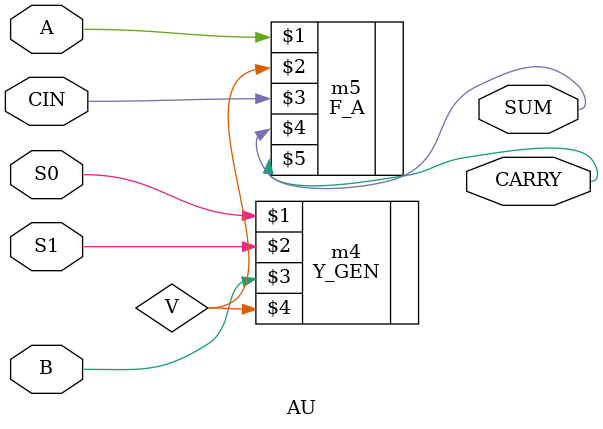
<source format=v>
module
AU (S0,S1,A,B,CIN,SUM,CARRY);
//S0,S1 are the select bases
input A,B,S0,S1,CIN;
output SUM,CARRY;
wire Z,V;
//C_GEN m3(S0,S1,Z);
Y_GEN m4(S0,S1,B,V);
F_A m5(A,V,CIN,SUM,CARRY);
endmodule

</source>
